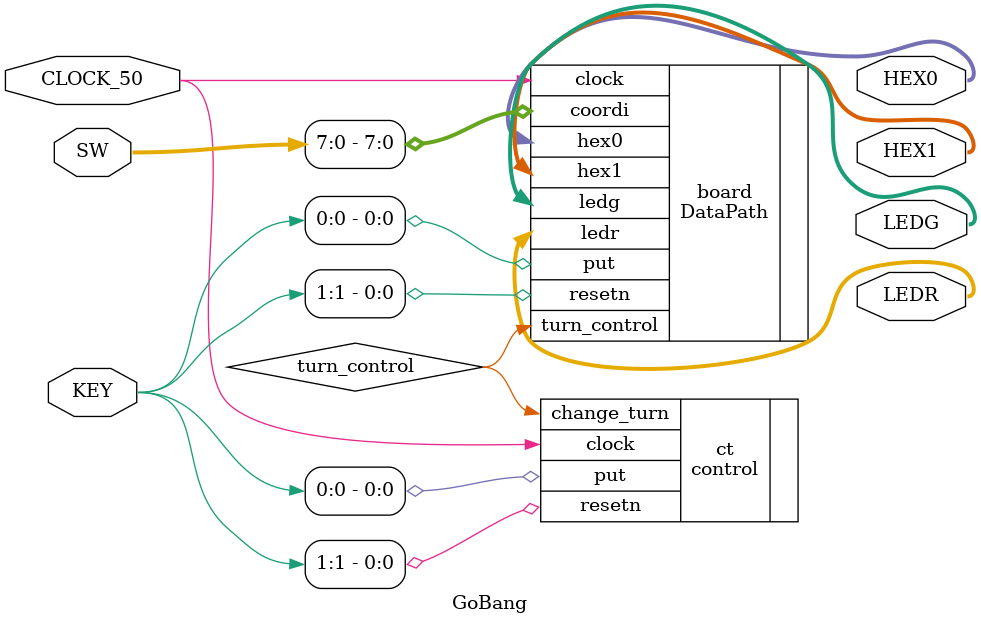
<source format=v>
/**
 * The module for GoBang Game 
 */
module GoBang(SW, KEY, LEDR, LEDG, HEX0, HEX1, CLOCK_50);
    input [12:0] SW; //7~0: x-y coordinate (row-column)
    input [3:0] KEY; //0: put; 1: reset; 2: move right; 3:move down
    input CLOCK_50; //clock
    output [6:0] HEX0, HEX1; //HEX0: x coordinate (row), HEX1: y coordinate (column)
    output [7:0] LEDR, LEDG; //LEDR[0]: player0's turn, LEDG[7]: player1's turn; LEDR[7]: player0 win, LEDG[0]: player1 win

    wire turn_control; // enable signal for player switch
    //Control
    control ct(.clock(CLOCK_50), .resetn(KEY[1]), .put(KEY[0]), .change_turn(turn_control));

    //Datapath
    DataPath board(.coordi(SW[7:0]), .resetn(KEY[1]), .put(KEY[0]),
	                .turn_control(turn_control), .ledr(LEDR[7:0]), .ledg(LEDG[7:0]),
						 .hex0(HEX0[6:0]), .hex1(HEX1[6:0]), .clock(CLOCK_50));

endmodule



</source>
